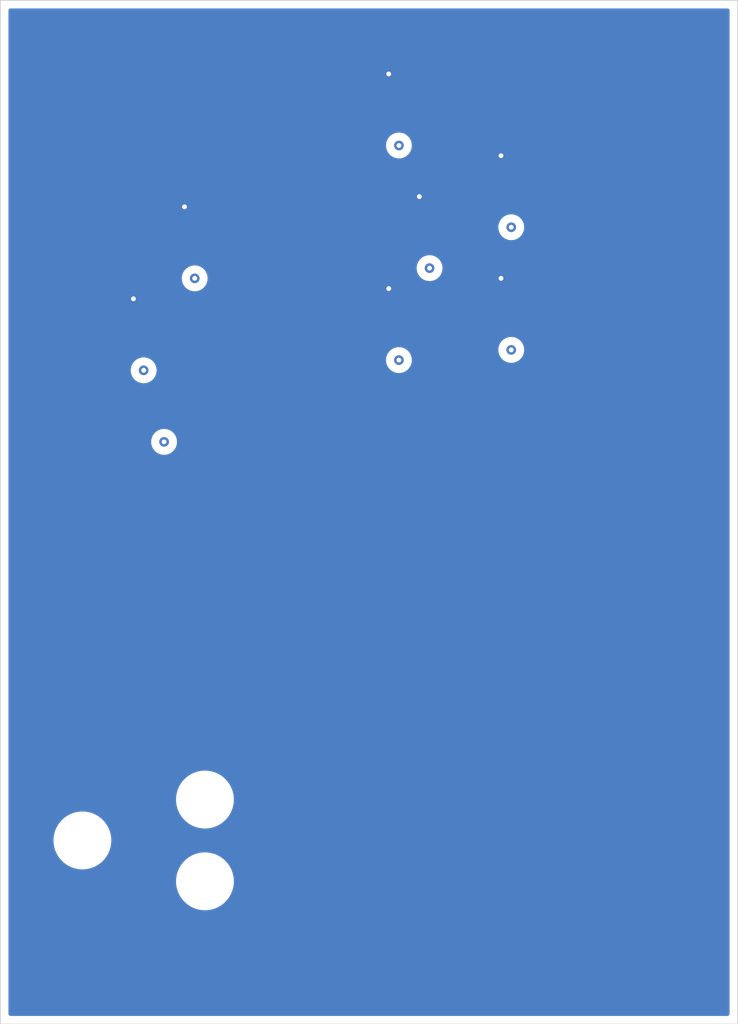
<source format=kicad_pcb>
(kicad_pcb
	(version 20241229)
	(generator "pcbnew")
	(generator_version "9.0")
	(general
		(thickness 1.6)
		(legacy_teardrops no)
	)
	(paper "A4")
	(title_block
		(title "KiCad Testing")
	)
	(layers
		(0 "F.Cu" signal)
		(2 "B.Cu" signal)
		(9 "F.Adhes" user "F.Adhesive")
		(11 "B.Adhes" user "B.Adhesive")
		(13 "F.Paste" user)
		(15 "B.Paste" user)
		(5 "F.SilkS" user "F.Silkscreen")
		(7 "B.SilkS" user "B.Silkscreen")
		(1 "F.Mask" user)
		(3 "B.Mask" user)
		(17 "Dwgs.User" user "User.Drawings")
		(19 "Cmts.User" user "User.Comments")
		(21 "Eco1.User" user "User.Eco1")
		(23 "Eco2.User" user "User.Eco2")
		(25 "Edge.Cuts" user)
		(27 "Margin" user)
		(31 "F.CrtYd" user "F.Courtyard")
		(29 "B.CrtYd" user "B.Courtyard")
		(35 "F.Fab" user)
		(33 "B.Fab" user)
		(39 "User.1" user)
		(41 "User.2" user)
		(43 "User.3" user)
		(45 "User.4" user)
	)
	(setup
		(pad_to_mask_clearance 0)
		(allow_soldermask_bridges_in_footprints no)
		(tenting front back)
		(pcbplotparams
			(layerselection 0x00000000_00000000_55555555_5755f5ff)
			(plot_on_all_layers_selection 0x00000000_00000000_00000000_00000000)
			(disableapertmacros no)
			(usegerberextensions no)
			(usegerberattributes yes)
			(usegerberadvancedattributes yes)
			(creategerberjobfile yes)
			(dashed_line_dash_ratio 12.000000)
			(dashed_line_gap_ratio 3.000000)
			(svgprecision 4)
			(plotframeref no)
			(mode 1)
			(useauxorigin no)
			(hpglpennumber 1)
			(hpglpenspeed 20)
			(hpglpendiameter 15.000000)
			(pdf_front_fp_property_popups yes)
			(pdf_back_fp_property_popups yes)
			(pdf_metadata yes)
			(pdf_single_document no)
			(dxfpolygonmode yes)
			(dxfimperialunits yes)
			(dxfusepcbnewfont yes)
			(psnegative no)
			(psa4output no)
			(plot_black_and_white yes)
			(sketchpadsonfab no)
			(plotpadnumbers no)
			(hidednponfab no)
			(sketchdnponfab yes)
			(crossoutdnponfab yes)
			(subtractmaskfromsilk no)
			(outputformat 4)
			(mirror no)
			(drillshape 0)
			(scaleselection 1)
			(outputdirectory "")
		)
	)
	(net 0 "")
	(gr_line
		(start 159.0675 121.285)
		(end 146.685 121.285)
		(stroke
			(width 0.2)
			(type default)
		)
		(layer "F.Cu")
		(uuid "0aa70c9d-3fe2-48e1-9377-f791409bc52d")
	)
	(gr_line
		(start 135.255 112.395)
		(end 156.21 116.84)
		(stroke
			(width 0.2)
			(type default)
		)
		(layer "F.Cu")
		(uuid "38d3ef41-1487-40ee-a3c8-61754391f6d3")
	)
	(gr_line
		(start 146.685 121.285)
		(end 142.24 124.46)
		(stroke
			(width 0.2)
			(type default)
		)
		(layer "F.Cu")
		(uuid "7d6ff71e-2d11-475c-8255-bc3f9d1843e5")
	)
	(gr_line
		(start 154.305 96.52)
		(end 146.05 93.345)
		(stroke
			(width 0.2)
			(type default)
		)
		(layer "F.Cu")
		(uuid "8888305e-9300-4a91-b6b1-b0981b543e5a")
	)
	(gr_line
		(start 161.925 100.965)
		(end 159.0675 121.285)
		(stroke
			(width 0.2)
			(type default)
		)
		(layer "F.Cu")
		(uuid "980ed037-6cf7-4662-b34b-4fd06552db17")
	)
	(gr_line
		(start 146.05 93.345)
		(end 135.255 112.395)
		(stroke
			(width 0.2)
			(type default)
		)
		(layer "F.Cu")
		(uuid "a10b663e-cdda-4598-bdb0-4fd1662eda7f")
	)
	(gr_line
		(start 156.21 116.84)
		(end 161.925 100.965)
		(stroke
			(width 0.2)
			(type default)
		)
		(layer "F.Cu")
		(uuid "a48e8bd9-8f06-40a3-98e7-202739ab8204")
	)
	(gr_line
		(start 142.24 124.46)
		(end 154.305 96.52)
		(stroke
			(width 0.2)
			(type default)
		)
		(layer "F.Cu")
		(uuid "d9f69a21-912f-4667-a692-a7ba66a41a04")
	)
	(gr_rect
		(start 121.9 66.55)
		(end 167.75 130.15)
		(stroke
			(width 0.05)
			(type default)
		)
		(fill no)
		(layer "Edge.Cuts")
		(uuid "796e2f10-b81e-4c99-b8c3-29eac8f54c41")
	)
	(via
		(at 132.08 93.98)
		(size 0.6)
		(drill 0.3)
		(layers "F.Cu" "B.Cu")
		(net 0)
		(uuid "0160de54-860d-4b27-a4a3-40b3fe07e5c2")
	)
	(via
		(at 146.685 75.565)
		(size 0.6)
		(drill 0.3)
		(layers "F.Cu" "B.Cu")
		(net 0)
		(uuid "12ae7c4c-b020-4f4d-ad4a-16d953b928a0")
	)
	(via
		(at 153.035 76.2)
		(size 0.6)
		(drill 0.3)
		(layers "F.Cu" "B.Cu")
		(net 0)
		(uuid "161c089a-a08a-4a78-9388-31c4f9fb404c")
	)
	(via
		(at 146.685 88.9)
		(size 0.6)
		(drill 0.3)
		(layers "F.Cu" "B.Cu")
		(net 0)
		(uuid "19daed2f-6212-440c-8ea9-3478dd789c96")
	)
	(via
		(at 147.955 78.74)
		(size 0.6)
		(drill 0.3)
		(layers "F.Cu" "B.Cu")
		(net 0)
		(uuid "23985e6c-63d3-4d5f-a35a-035a681cb551")
	)
	(via
		(at 146.05 71.12)
		(size 0.6)
		(drill 0.3)
		(layers "F.Cu" "B.Cu")
		(net 0)
		(uuid "2e2716f4-95fe-46fd-a39b-f930ccd1e55d")
	)
	(via
		(at 153.67 88.265)
		(size 0.6)
		(drill 0.3)
		(layers "F.Cu" "B.Cu")
		(net 0)
		(uuid "591aa2c6-8d98-4493-8f42-909db4de8ce3")
	)
	(via
		(at 153.035 83.82)
		(size 0.6)
		(drill 0.3)
		(layers "F.Cu" "B.Cu")
		(net 0)
		(uuid "5ab31841-b362-4ecb-b41f-2f997b40856f")
	)
	(via
		(at 153.67 80.645)
		(size 0.6)
		(drill 0.3)
		(layers "F.Cu" "B.Cu")
		(net 0)
		(uuid "692d2aa3-65ac-495c-8973-a2ae733fc587")
	)
	(via
		(at 133.985 83.82)
		(size 0.6)
		(drill 0.3)
		(layers "F.Cu" "B.Cu")
		(net 0)
		(uuid "69df9145-4dc2-441c-b530-99647ec3cf88")
	)
	(via
		(at 148.59 83.185)
		(size 0.6)
		(drill 0.3)
		(layers "F.Cu" "B.Cu")
		(net 0)
		(uuid "9f1e992c-4ac3-4676-a4a9-ba62a8aea658")
	)
	(via
		(at 130.175 85.09)
		(size 0.6)
		(drill 0.3)
		(layers "F.Cu" "B.Cu")
		(net 0)
		(uuid "ac374bd6-229f-4f4b-9ba3-1e04a4312e00")
	)
	(via
		(at 146.05 84.455)
		(size 0.6)
		(drill 0.3)
		(layers "F.Cu" "B.Cu")
		(net 0)
		(uuid "c9c31dce-b400-4239-83c7-86add3edadc7")
	)
	(via
		(at 133.35 79.375)
		(size 0.6)
		(drill 0.3)
		(layers "F.Cu" "B.Cu")
		(net 0)
		(uuid "f4d01114-526d-475b-8cb4-7a45c413f19f")
	)
	(via
		(at 130.81 89.535)
		(size 0.6)
		(drill 0.3)
		(layers "F.Cu" "B.Cu")
		(net 0)
		(uuid "fbca1db2-4b44-4fe1-91be-51f650595a42")
	)
	(zone
		(net 0)
		(net_name "")
		(layer "B.Cu")
		(uuid "81f18a31-0b45-4888-8e06-ffc8702ca991")
		(hatch edge 0.5)
		(connect_pads
			(clearance 0.5)
		)
		(min_thickness 0.25)
		(filled_areas_thickness no)
		(fill yes
			(thermal_gap 0.5)
			(thermal_bridge_width 0.5)
			(island_removal_mode 1)
			(island_area_min 10)
		)
		(polygon
			(pts
				(xy 121.9 66.55) (xy 121.9 130.15) (xy 167.75 130.15) (xy 167.75 66.55)
			)
		)
		(filled_polygon
			(layer "B.Cu")
			(island)
			(pts
				(xy 167.192539 67.070185) (xy 167.238294 67.122989) (xy 167.2495 67.1745) (xy 167.2495 129.5255)
				(xy 167.229815 129.592539) (xy 167.177011 129.638294) (xy 167.1255 129.6495) (xy 122.5245 129.6495)
				(xy 122.457461 129.629815) (xy 122.411706 129.577011) (xy 122.4005 129.5255) (xy 122.4005 121.167283)
				(xy 132.8241 121.167283) (xy 132.8241 121.402716) (xy 132.848 121.584246) (xy 132.854829 121.636114)
				(xy 132.887481 121.757974) (xy 132.915759 121.86351) (xy 133.005848 122.081003) (xy 133.005852 122.081013)
				(xy 133.123559 122.284888) (xy 133.266872 122.471658) (xy 133.266878 122.471665) (xy 133.433334 122.638121)
				(xy 133.433341 122.638127) (xy 133.620111 122.78144) (xy 133.823986 122.899147) (xy 133.823987 122.899147)
				(xy 133.82399 122.899149) (xy 134.041488 122.98924) (xy 134.268886 123.050171) (xy 134.502291 123.0809)
				(xy 134.502298 123.0809) (xy 134.737702 123.0809) (xy 134.737709 123.0809) (xy 134.971114 123.050171)
				(xy 135.198512 122.98924) (xy 135.41601 122.899149) (xy 135.619889 122.78144) (xy 135.80666 122.638126)
				(xy 135.973126 122.47166) (xy 136.11644 122.284889) (xy 136.234149 122.08101) (xy 136.32424 121.863512)
				(xy 136.385171 121.636114) (xy 136.4159 121.402709) (xy 136.4159 121.167291) (xy 136.385171 120.933886)
				(xy 136.32424 120.706488) (xy 136.234149 120.48899) (xy 136.211199 120.44924) (xy 136.11644 120.285111)
				(xy 135.973127 120.098341) (xy 135.973121 120.098334) (xy 135.806665 119.931878) (xy 135.806658 119.931872)
				(xy 135.619888 119.788559) (xy 135.416013 119.670852) (xy 135.416003 119.670848) (xy 135.19851 119.580759)
				(xy 135.092974 119.552481) (xy 134.971114 119.519829) (xy 134.919246 119.513) (xy 134.737716 119.4891)
				(xy 134.737709 119.4891) (xy 134.502291 119.4891) (xy 134.502283 119.4891) (xy 134.294819 119.516414)
				(xy 134.268886 119.519829) (xy 134.207956 119.536155) (xy 134.041489 119.580759) (xy 133.823996 119.670848)
				(xy 133.823986 119.670852) (xy 133.620111 119.788559) (xy 133.433341 119.931872) (xy 133.433334 119.931878)
				(xy 133.266878 120.098334) (xy 133.266872 120.098341) (xy 133.123559 120.285111) (xy 133.005852 120.488986)
				(xy 133.005848 120.488996) (xy 132.915759 120.706489) (xy 132.854829 120.933887) (xy 132.8241 121.167283)
				(xy 122.4005 121.167283) (xy 122.4005 118.627283) (xy 125.2041 118.627283) (xy 125.2041 118.862716)
				(xy 125.228 119.044246) (xy 125.234829 119.096114) (xy 125.267481 119.217974) (xy 125.295759 119.32351)
				(xy 125.385848 119.541003) (xy 125.385852 119.541013) (xy 125.503559 119.744888) (xy 125.646872 119.931658)
				(xy 125.646878 119.931665) (xy 125.813334 120.098121) (xy 125.813341 120.098127) (xy 126.000111 120.24144)
				(xy 126.203986 120.359147) (xy 126.203987 120.359147) (xy 126.20399 120.359149) (xy 126.421488 120.44924)
				(xy 126.648886 120.510171) (xy 126.882291 120.5409) (xy 126.882298 120.5409) (xy 127.117702 120.5409)
				(xy 127.117709 120.5409) (xy 127.351114 120.510171) (xy 127.578512 120.44924) (xy 127.79601 120.359149)
				(xy 127.999889 120.24144) (xy 128.18666 120.098126) (xy 128.353126 119.93166) (xy 128.49644 119.744889)
				(xy 128.614149 119.54101) (xy 128.70424 119.323512) (xy 128.765171 119.096114) (xy 128.7959 118.862709)
				(xy 128.7959 118.627291) (xy 128.765171 118.393886) (xy 128.70424 118.166488) (xy 128.614149 117.94899)
				(xy 128.591199 117.90924) (xy 128.49644 117.745111) (xy 128.353127 117.558341) (xy 128.353121 117.558334)
				(xy 128.186665 117.391878) (xy 128.186658 117.391872) (xy 127.999888 117.248559) (xy 127.796013 117.130852)
				(xy 127.796003 117.130848) (xy 127.57851 117.040759) (xy 127.472974 117.012481) (xy 127.351114 116.979829)
				(xy 127.299246 116.973) (xy 127.117716 116.9491) (xy 127.117709 116.9491) (xy 126.882291 116.9491)
				(xy 126.882283 116.9491) (xy 126.674819 116.976414) (xy 126.648886 116.979829) (xy 126.587956 116.996155)
				(xy 126.421489 117.040759) (xy 126.203996 117.130848) (xy 126.203986 117.130852) (xy 126.000111 117.248559)
				(xy 125.813341 117.391872) (xy 125.813334 117.391878) (xy 125.646878 117.558334) (xy 125.646872 117.558341)
				(xy 125.503559 117.745111) (xy 125.385852 117.948986) (xy 125.385848 117.948996) (xy 125.295759 118.166489)
				(xy 125.234829 118.393887) (xy 125.2041 118.627283) (xy 122.4005 118.627283) (xy 122.4005 116.087283)
				(xy 132.8241 116.087283) (xy 132.8241 116.322716) (xy 132.848 116.504246) (xy 132.854829 116.556114)
				(xy 132.887481 116.677974) (xy 132.915759 116.78351) (xy 133.005848 117.001003) (xy 133.005852 117.001013)
				(xy 133.123559 117.204888) (xy 133.266872 117.391658) (xy 133.266878 117.391665) (xy 133.433334 117.558121)
				(xy 133.433341 117.558127) (xy 133.620111 117.70144) (xy 133.823986 117.819147) (xy 133.823987 117.819147)
				(xy 133.82399 117.819149) (xy 134.041488 117.90924) (xy 134.268886 117.970171) (xy 134.502291 118.0009)
				(xy 134.502298 118.0009) (xy 134.737702 118.0009) (xy 134.737709 118.0009) (xy 134.971114 117.970171)
				(xy 135.198512 117.90924) (xy 135.41601 117.819149) (xy 135.619889 117.70144) (xy 135.80666 117.558126)
				(xy 135.973126 117.39166) (xy 136.11644 117.204889) (xy 136.234149 117.00101) (xy 136.32424 116.783512)
				(xy 136.385171 116.556114) (xy 136.4159 116.322709) (xy 136.4159 116.087291) (xy 136.385171 115.853886)
				(xy 136.32424 115.626488) (xy 136.234149 115.40899) (xy 136.11644 115.205111) (xy 135.973126 115.01834)
				(xy 135.973121 115.018334) (xy 135.806665 114.851878) (xy 135.806658 114.851872) (xy 135.619888 114.708559)
				(xy 135.416013 114.590852) (xy 135.416003 114.590848) (xy 135.19851 114.500759) (xy 135.092974 114.472481)
				(xy 134.971114 114.439829) (xy 134.919246 114.433) (xy 134.737716 114.4091) (xy 134.737709 114.4091)
				(xy 134.502291 114.4091) (xy 134.502283 114.4091) (xy 134.294819 114.436414) (xy 134.268886 114.439829)
				(xy 134.207956 114.456155) (xy 134.041489 114.500759) (xy 133.823996 114.590848) (xy 133.823986 114.590852)
				(xy 133.620111 114.708559) (xy 133.433341 114.851872) (xy 133.433334 114.851878) (xy 133.266878 115.018334)
				(xy 133.266872 115.018341) (xy 133.123559 115.205111) (xy 133.005852 115.408986) (xy 133.005848 115.408996)
				(xy 132.915759 115.626489) (xy 132.854829 115.853887) (xy 132.8241 116.087283) (xy 122.4005 116.087283)
				(xy 122.4005 93.901153) (xy 131.2795 93.901153) (xy 131.2795 94.058846) (xy 131.310261 94.213489)
				(xy 131.310264 94.213501) (xy 131.370602 94.359172) (xy 131.370609 94.359185) (xy 131.45821 94.490288)
				(xy 131.458213 94.490292) (xy 131.569707 94.601786) (xy 131.569711 94.601789) (xy 131.700814 94.68939)
				(xy 131.700827 94.689397) (xy 131.846498 94.749735) (xy 131.846503 94.749737) (xy 132.001153 94.780499)
				(xy 132.001156 94.7805) (xy 132.001158 94.7805) (xy 132.158844 94.7805) (xy 132.158845 94.780499)
				(xy 132.313497 94.749737) (xy 132.459179 94.689394) (xy 132.590289 94.601789) (xy 132.701789 94.490289)
				(xy 132.789394 94.359179) (xy 132.849737 94.213497) (xy 132.8805 94.058842) (xy 132.8805 93.901158)
				(xy 132.8805 93.901155) (xy 132.880499 93.901153) (xy 132.849738 93.74651) (xy 132.849737 93.746503)
				(xy 132.849735 93.746498) (xy 132.789397 93.600827) (xy 132.78939 93.600814) (xy 132.701789 93.469711)
				(xy 132.701786 93.469707) (xy 132.590292 93.358213) (xy 132.590288 93.35821) (xy 132.459185 93.270609)
				(xy 132.459172 93.270602) (xy 132.313501 93.210264) (xy 132.313489 93.210261) (xy 132.158845 93.1795)
				(xy 132.158842 93.1795) (xy 132.001158 93.1795) (xy 132.001155 93.1795) (xy 131.84651 93.210261)
				(xy 131.846498 93.210264) (xy 131.700827 93.270602) (xy 131.700814 93.270609) (xy 131.569711 93.35821)
				(xy 131.569707 93.358213) (xy 131.458213 93.469707) (xy 131.45821 93.469711) (xy 131.370609 93.600814)
				(xy 131.370602 93.600827) (xy 131.310264 93.746498) (xy 131.310261 93.74651) (xy 131.2795 93.901153)
				(xy 122.4005 93.901153) (xy 122.4005 89.456153) (xy 130.0095 89.456153) (xy 130.0095 89.613846)
				(xy 130.040261 89.768489) (xy 130.040264 89.768501) (xy 130.100602 89.914172) (xy 130.100609 89.914185)
				(xy 130.18821 90.045288) (xy 130.188213 90.045292) (xy 130.299707 90.156786) (xy 130.299711 90.156789)
				(xy 130.430814 90.24439) (xy 130.430827 90.244397) (xy 130.576498 90.304735) (xy 130.576503 90.304737)
				(xy 130.731153 90.335499) (xy 130.731156 90.3355) (xy 130.731158 90.3355) (xy 130.888844 90.3355)
				(xy 130.888845 90.335499) (xy 131.043497 90.304737) (xy 131.189179 90.244394) (xy 131.320289 90.156789)
				(xy 131.431789 90.045289) (xy 131.519394 89.914179) (xy 131.579737 89.768497) (xy 131.6105 89.613842)
				(xy 131.6105 89.456158) (xy 131.6105 89.456155) (xy 131.610499 89.456153) (xy 131.579738 89.30151)
				(xy 131.579737 89.301503) (xy 131.570487 89.279172) (xy 131.519397 89.155827) (xy 131.51939 89.155814)
				(xy 131.431789 89.024711) (xy 131.431786 89.024707) (xy 131.32029 88.913211) (xy 131.189185 88.825609)
				(xy 131.189172 88.825602) (xy 131.178431 88.821153) (xy 145.8845 88.821153) (xy 145.8845 88.978846)
				(xy 145.915261 89.133489) (xy 145.915264 89.133501) (xy 145.975602 89.279172) (xy 145.975609 89.279185)
				(xy 146.06321 89.410288) (xy 146.063213 89.410292) (xy 146.174707 89.521786) (xy 146.174711 89.521789)
				(xy 146.305814 89.60939) (xy 146.305827 89.609397) (xy 146.451498 89.669735) (xy 146.451503 89.669737)
				(xy 146.606153 89.700499) (xy 146.606156 89.7005) (xy 146.606158 89.7005) (xy 146.763844 89.7005)
				(xy 146.763845 89.700499) (xy 146.918497 89.669737) (xy 147.053436 89.613844) (xy 147.064172 89.609397)
				(xy 147.064172 89.609396) (xy 147.064179 89.609394) (xy 147.195289 89.521789) (xy 147.306789 89.410289)
				(xy 147.394394 89.279179) (xy 147.454737 89.133497) (xy 147.4855 88.978842) (xy 147.4855 88.821158)
				(xy 147.4855 88.821155) (xy 147.485499 88.821153) (xy 147.474381 88.765261) (xy 147.454737 88.666503)
				(xy 147.445487 88.644172) (xy 147.394397 88.520827) (xy 147.39439 88.520814) (xy 147.306789 88.389711)
				(xy 147.306786 88.389707) (xy 147.19529 88.278211) (xy 147.064185 88.190609) (xy 147.064172 88.190602)
				(xy 147.053431 88.186153) (xy 152.8695 88.186153) (xy 152.8695 88.343846) (xy 152.900261 88.498489)
				(xy 152.900264 88.498501) (xy 152.960602 88.644172) (xy 152.960609 88.644185) (xy 153.04821 88.775288)
				(xy 153.048213 88.775292) (xy 153.159707 88.886786) (xy 153.159711 88.886789) (xy 153.290814 88.97439)
				(xy 153.290827 88.974397) (xy 153.412288 89.024707) (xy 153.436503 89.034737) (xy 153.591153 89.065499)
				(xy 153.591156 89.0655) (xy 153.591158 89.0655) (xy 153.748844 89.0655) (xy 153.748845 89.065499)
				(xy 153.903497 89.034737) (xy 154.038436 88.978844) (xy 154.049172 88.974397) (xy 154.049172 88.974396)
				(xy 154.049179 88.974394) (xy 154.180289 88.886789) (xy 154.291789 88.775289) (xy 154.379394 88.644179)
				(xy 154.439737 88.498497) (xy 154.4705 88.343842) (xy 154.4705 88.186158) (xy 154.4705 88.186155)
				(xy 154.470499 88.186153) (xy 154.459381 88.130261) (xy 154.439737 88.031503) (xy 154.439735 88.031498)
				(xy 154.379397 87.885827) (xy 154.37939 87.885814) (xy 154.291789 87.754711) (xy 154.291786 87.754707)
				(xy 154.180292 87.643213) (xy 154.180288 87.64321) (xy 154.049185 87.555609) (xy 154.049172 87.555602)
				(xy 153.903501 87.495264) (xy 153.903489 87.495261) (xy 153.748845 87.4645) (xy 153.748842 87.4645)
				(xy 153.591158 87.4645) (xy 153.591155 87.4645) (xy 153.43651 87.495261) (xy 153.436498 87.495264)
				(xy 153.290827 87.555602) (xy 153.290814 87.555609) (xy 153.159711 87.64321) (xy 153.159707 87.643213)
				(xy 153.048213 87.754707) (xy 153.04821 87.754711) (xy 152.960609 87.885814) (xy 152.960602 87.885827)
				(xy 152.900264 88.031498) (xy 152.900261 88.03151) (xy 152.8695 88.186153) (xy 147.053431 88.186153)
				(xy 146.918501 88.130264) (xy 146.918489 88.130261) (xy 146.763845 88.0995) (xy 146.763842 88.0995)
				(xy 146.606158 88.0995) (xy 146.606155 88.0995) (xy 146.45151 88.130261) (xy 146.451498 88.130264)
				(xy 146.305827 88.190602) (xy 146.305814 88.190609) (xy 146.174711 88.27821) (xy 146.174707 88.278213)
				(xy 146.063213 88.389707) (xy 146.06321 88.389711) (xy 145.975609 88.520814) (xy 145.975602 88.520827)
				(xy 145.915264 88.666498) (xy 145.915261 88.66651) (xy 145.8845 88.821153) (xy 131.178431 88.821153)
				(xy 131.043501 88.765264) (xy 131.043489 88.765261) (xy 130.888845 88.7345) (xy 130.888842 88.7345)
				(xy 130.731158 88.7345) (xy 130.731155 88.7345) (xy 130.57651 88.765261) (xy 130.576498 88.765264)
				(xy 130.430827 88.825602) (xy 130.430814 88.825609) (xy 130.299711 88.91321) (xy 130.299707 88.913213)
				(xy 130.188213 89.024707) (xy 130.18821 89.024711) (xy 130.100609 89.155814) (xy 130.100602 89.155827)
				(xy 130.040264 89.301498) (xy 130.040261 89.30151) (xy 130.0095 89.456153) (xy 122.4005 89.456153)
				(xy 122.4005 83.741153) (xy 133.1845 83.741153) (xy 133.1845 83.898846) (xy 133.215261 84.053489)
				(xy 133.215264 84.053501) (xy 133.275602 84.199172) (xy 133.275609 84.199185) (xy 133.36321 84.330288)
				(xy 133.363213 84.330292) (xy 133.474707 84.441786) (xy 133.474711 84.441789) (xy 133.605814 84.52939)
				(xy 133.605827 84.529397) (xy 133.751498 84.589735) (xy 133.751503 84.589737) (xy 133.906153 84.620499)
				(xy 133.906156 84.6205) (xy 133.906158 84.6205) (xy 134.063844 84.6205) (xy 134.063845 84.620499)
				(xy 134.218497 84.589737) (xy 134.364179 84.529394) (xy 134.495289 84.441789) (xy 134.606789 84.330289)
				(xy 134.694394 84.199179) (xy 134.754737 84.053497) (xy 134.7855 83.898842) (xy 134.7855 83.741158)
				(xy 134.7855 83.741155) (xy 134.785499 83.741153) (xy 134.754738 83.58651) (xy 134.754737 83.586503)
				(xy 134.745487 83.564172) (xy 134.694397 83.440827) (xy 134.69439 83.440814) (xy 134.606789 83.309711)
				(xy 134.606786 83.309707) (xy 134.49529 83.198211) (xy 134.364185 83.110609) (xy 134.364172 83.110602)
				(xy 134.353431 83.106153) (xy 147.7895 83.106153) (xy 147.7895 83.263846) (xy 147.820261 83.418489)
				(xy 147.820264 83.418501) (xy 147.880602 83.564172) (xy 147.880609 83.564185) (xy 147.96821 83.695288)
				(xy 147.968213 83.695292) (xy 148.079707 83.806786) (xy 148.079711 83.806789) (xy 148.210814 83.89439)
				(xy 148.210827 83.894397) (xy 148.356498 83.954735) (xy 148.356503 83.954737) (xy 148.511153 83.985499)
				(xy 148.511156 83.9855) (xy 148.511158 83.9855) (xy 148.668844 83.9855) (xy 148.668845 83.985499)
				(xy 148.823497 83.954737) (xy 148.958436 83.898844) (xy 148.969172 83.894397) (xy 148.969172 83.894396)
				(xy 148.969179 83.894394) (xy 149.100289 83.806789) (xy 149.211789 83.695289) (xy 149.299394 83.564179)
				(xy 149.359737 83.418497) (xy 149.3905 83.263842) (xy 149.3905 83.106158) (xy 149.3905 83.106155)
				(xy 149.390499 83.106153) (xy 149.379381 83.050261) (xy 149.359737 82.951503) (xy 149.359735 82.951498)
				(xy 149.299397 82.805827) (xy 149.29939 82.805814) (xy 149.211789 82.674711) (xy 149.211786 82.674707)
				(xy 149.100292 82.563213) (xy 149.100288 82.56321) (xy 148.969185 82.475609) (xy 148.969172 82.475602)
				(xy 148.823501 82.415264) (xy 148.823489 82.415261) (xy 148.668845 82.3845) (xy 148.668842 82.3845)
				(xy 148.511158 82.3845) (xy 148.511155 82.3845) (xy 148.35651 82.415261) (xy 148.356498 82.415264)
				(xy 148.210827 82.475602) (xy 148.210814 82.475609) (xy 148.079711 82.56321) (xy 148.079707 82.563213)
				(xy 147.968213 82.674707) (xy 147.96821 82.674711) (xy 147.880609 82.805814) (xy 147.880602 82.805827)
				(xy 147.820264 82.951498) (xy 147.820261 82.95151) (xy 147.7895 83.106153) (xy 134.353431 83.106153)
				(xy 134.218501 83.050264) (xy 134.218489 83.050261) (xy 134.063845 83.0195) (xy 134.063842 83.0195)
				(xy 133.906158 83.0195) (xy 133.906155 83.0195) (xy 133.75151 83.050261) (xy 133.751498 83.050264)
				(xy 133.605827 83.110602) (xy 133.605814 83.110609) (xy 133.474711 83.19821) (xy 133.474707 83.198213)
				(xy 133.363213 83.309707) (xy 133.36321 83.309711) (xy 133.275609 83.440814) (xy 133.275602 83.440827)
				(xy 133.215264 83.586498) (xy 133.215261 83.58651) (xy 133.1845 83.741153) (xy 122.4005 83.741153)
				(xy 122.4005 80.566153) (xy 152.8695 80.566153) (xy 152.8695 80.723846) (xy 152.900261 80.878489)
				(xy 152.900264 80.878501) (xy 152.960602 81.024172) (xy 152.960609 81.024185) (xy 153.04821 81.155288)
				(xy 153.048213 81.155292) (xy 153.159707 81.266786) (xy 153.159711 81.266789) (xy 153.290814 81.35439)
				(xy 153.290827 81.354397) (xy 153.436498 81.414735) (xy 153.436503 81.414737) (xy 153.591153 81.445499)
				(xy 153.591156 81.4455) (xy 153.591158 81.4455) (xy 153.748844 81.4455) (xy 153.748845 81.445499)
				(xy 153.903497 81.414737) (xy 154.049179 81.354394) (xy 154.180289 81.266789) (xy 154.291789 81.155289)
				(xy 154.379394 81.024179) (xy 154.439737 80.878497) (xy 154.4705 80.723842) (xy 154.4705 80.566158)
				(xy 154.4705 80.566155) (xy 154.470499 80.566153) (xy 154.439738 80.41151) (xy 154.439737 80.411503)
				(xy 154.439735 80.411498) (xy 154.379397 80.265827) (xy 154.37939 80.265814) (xy 154.291789 80.134711)
				(xy 154.291786 80.134707) (xy 154.180292 80.023213) (xy 154.180288 80.02321) (xy 154.049185 79.935609)
				(xy 154.049172 79.935602) (xy 153.903501 79.875264) (xy 153.903489 79.875261) (xy 153.748845 79.8445)
				(xy 153.748842 79.8445) (xy 153.591158 79.8445) (xy 153.591155 79.8445) (xy 153.43651 79.875261)
				(xy 153.436498 79.875264) (xy 153.290827 79.935602) (xy 153.290814 79.935609) (xy 153.159711 80.02321)
				(xy 153.159707 80.023213) (xy 153.048213 80.134707) (xy 153.04821 80.134711) (xy 152.960609 80.265814)
				(xy 152.960602 80.265827) (xy 152.900264 80.411498) (xy 152.900261 80.41151) (xy 152.8695 80.566153)
				(xy 122.4005 80.566153) (xy 122.4005 75.486153) (xy 145.8845 75.486153) (xy 145.8845 75.643846)
				(xy 145.915261 75.798489) (xy 145.915264 75.798501) (xy 145.975602 75.944172) (xy 145.975609 75.944185)
				(xy 146.06321 76.075288) (xy 146.063213 76.075292) (xy 146.174707 76.186786) (xy 146.174711 76.186789)
				(xy 146.305814 76.27439) (xy 146.305827 76.274397) (xy 146.451498 76.334735) (xy 146.451503 76.334737)
				(xy 146.606153 76.365499) (xy 146.606156 76.3655) (xy 146.606158 76.3655) (xy 146.763844 76.3655)
				(xy 146.763845 76.365499) (xy 146.918497 76.334737) (xy 147.064179 76.274394) (xy 147.195289 76.186789)
				(xy 147.306789 76.075289) (xy 147.394394 75.944179) (xy 147.454737 75.798497) (xy 147.4855 75.643842)
				(xy 147.4855 75.486158) (xy 147.4855 75.486155) (xy 147.485499 75.486153) (xy 147.454738 75.33151)
				(xy 147.454737 75.331503) (xy 147.454735 75.331498) (xy 147.394397 75.185827) (xy 147.39439 75.185814)
				(xy 147.306789 75.054711) (xy 147.306786 75.054707) (xy 147.195292 74.943213) (xy 147.195288 74.94321)
				(xy 147.064185 74.855609) (xy 147.064172 74.855602) (xy 146.918501 74.795264) (xy 146.918489 74.795261)
				(xy 146.763845 74.7645) (xy 146.763842 74.7645) (xy 146.606158 74.7645) (xy 146.606155 74.7645)
				(xy 146.45151 74.795261) (xy 146.451498 74.795264) (xy 146.305827 74.855602) (xy 146.305814 74.855609)
				(xy 146.174711 74.94321) (xy 146.174707 74.943213) (xy 146.063213 75.054707) (xy 146.06321 75.054711)
				(xy 145.975609 75.185814) (xy 145.975602 75.185827) (xy 145.915264 75.331498) (xy 145.915261 75.33151)
				(xy 145.8845 75.486153) (xy 122.4005 75.486153) (xy 122.4005 67.1745) (xy 122.420185 67.107461)
				(xy 122.472989 67.061706) (xy 122.5245 67.0505) (xy 167.1255 67.0505)
			)
		)
	)
	(embedded_fonts no)
	(embedded_files
		(file
			(name "oem template.kicad_wks")
			(type worksheet)
			(data |KLUv/aDU3gMA1JUAysRUJSrQRsR4A+yrYM8hAnKURHA5OYJRBvaA3f3fghyo0sTnMyodqPCCS8Ww
				VExrAlkCTwKr5v3/M6kBtJQRRLQW7gZSngfHVjvRB43W6BzI3rTEzYusHZyYld9gVpPINUB2hivP
				RHIWEMHDAl5NRjsCBPpQEEEjYZxo+FAyFVPQmCC1zhA+1BKbKie7WA8uMFi8HjWqvrLBDprExWqx
				7MoYlgMLF9EamtDNoQUR63uPEUtQgo75KDSb6cROamSxOAAfdCfe4TgYpQxbdTmJmBo0mZyKyxVM
				81YcG2iKIea0EU8yIq1kmdyT7LgLB2hS/x4DhBZTNQDAeRsjc7dvcqJfJUGFZNjwNo1idCtl+f8H
				DV7d+P+9xxr+f739P9lpSLdd//8qOSmYrmF3UQ4QQBYUD49TwBDGEwwNDgWNoeCwgihbOgzS4zyQ
				Iz3NwWEep+EuvTeGLym4oipmnAkrUdeJRGXVTQhLyakJmAHFfcZpTW1RBO2/tFUhSkRYniBbEgwK
				mEZbXMVxTiOWBHYcIdsAhQQGEKsBVKI+CJJxBTNNZ59t4qk6CJBTLbRWGbUoGiAomgKIIDHNhVWb
				phcF8uNKgQABBqngQDCIEtDc5wK627YKAQIIB4wsmCUSySUkXB4lO6GYzV8cxuFwPAUAkKoPhzBR
				14FmgOBgDcxjcAiM4WKRhGnJguM6SiRqyJ7MQCRUTwdhPNmSJYwQlqJKQMIAgU1HFFVDh+AQxHSE
				HgLTNARWArKTgQHCiIIpG44SVGVZ1bGqLIQsJUxDSEtSAqIF2Md4NgUMAcKKZR/T8jTAUNAQxrac
				sJaRLQCAlcKOE6ZAGigwUIpjgXMdIEhUFpSM6UgaEDVN8ziMQ0jVciIZKwUAEIAAk0gvIIJhGSkg
				FluZu1LlXYlwmEG3Vpp4HJTdipTwER/pYh2eEhmIN32XtQ0pFoZD04kT1dAw+hITVOV2zmlENHhT
				uGkxv30XyeHkLzgvsWUSjQpZSIpBt6wqehLPBsVaA4qdCccRQaCVRKZYa5gcLISqIFrjY2/DAa15
				jFQyK1T4M2wHPFzTAluf7kykY3VO4Hnp8Loc14RnJXEGSFaXigEBpZIgBuiRvPFJLobXIU8W/f//
				f2+mkdKhXkVjeBTGcZhr5i4IQvS0Beg0/z9xtGXuhstX0FREMeAeszAaUCoUqmIgbYZt4h6DPE5w
				sI6Mh3IqNQQOCssoYObC4148vknWrU1TpBvFrDSUkl37KW1zowMDRjmUNzQvjkhO7OGHtFV08CFO
				GI2rZ53rB4eVqEKDQljFG1S9ewat0ziIP60hp1gbE1QsSGTh0aGNAbnkpQx7dxvfYdMKEFRFT2th
				Oa5UgMyBArF53UKjpoSuImiHSQijgoynnwzjZgonkLzChD1oJhaa9ss4VtEFLrqw0xjjws8Ptc6K
				d1BqUU+MlLUy2Q/6LtUo26fBcBpTZ9XB6YkEwS63c8GgMIuBoZIYFPKQEOtlrtWisj+Pqt95IYFE
				UBVadWLQUFn4RFfad7pApa4t3lRtPWGy7FZeGKgGgptwGriC5MXSoid4ohr00kUaRQMpsyAiSCPR
				7mGpbAiEuN0HpTO97+IbYmNJNEQPYREYOg41LbScXRXBUuNEI/IAi5KT8tdbwU5LTus2vqsoSjuI
				D1F2h+6x2NRfe5P09whL6r+bHOvnOC6XqvLVbfxieP//U3iQ+LstWFv/356IrZ///32yjh9DEJnV
				86mvUN9jDuRjRZMWuQ3wcjnhqUUMzNUAq1XCGRee11npGWqtkmUhxqeKkUv4SNNHOZ2F+jx1nCKD
				n4mG92jpV+ET1ve025DDnIfZvHYzPNabMLOasAtTXpDmDJG8GfA7RdQBgTjf+TW8NnHgqYjQnjAy
				OSwLp4O48SKdU/T4M0ua+7Dzdai43YncPhx6ZVZSN4kQrRvRc6p0BmMXtd2Mam4Lby6L2l5d5a7L
				m58GiZxNBFNUeFsSYqSSuuOoaGdYORNvYRDTNq2uTetCkRhgm2h8jDV318loG9Z1xjqZsQvnNhSa
				uwm5zS0Yrfg4IgYG2GBRreFN7tmhcm8cEcFUskoNU1jpHIgIadCw8kUwU5s68+tvXkxlXhbO2Bbm
				stGzM3epcZahy7tltguSMC9DmLdh1SYIlAFepAh2NTo0PVRzNqQZmHlxGNpsm6kyxn6GOGc5Yf4i
				TfkxXf4ePe2LeqLWAjGJrYGxbahqPei5r3foVyI4q/O8Ic2GPWS+2O14TMVZEM8f89zFdCjWGwaY
				rvlbr/V0Pi0hmhLTcbniod+qoR8DZPDzDccqopbIm26jom1T2rNhfJOFY5ma09GwuU/rRTYWKQtU
				RCwc79Iu0K7STaFBa8LKm5YlwiEE8lis5Hg7dVSiEusaJaqJr6ExV4qR1cViG8falW94kLQ5Khdq
				Wa3BsSpqZjQKLBmOu3BFfonLasuYxeMoEShGQo5jXROP1y4m7WDJFVnuC6XBI0RLHYarERV93Ymr
				j0xz/FnnPITg6IaJ+9U/f04yKhmO/vn9vK/fGuvE479LeGT/DFX73ixU/P39+blC7TmSc4SY9Ny5
				B8GRVjnHvzVEarlziBDjJM4e86LHkdaK21+Hj8lXSVzhzP9+9daNOub58d3fSYx/4u/hV1QXQfKe
				K6baV1NPXZe/lXn7L0WS+Df00LigkH9tnDP8f3+rHEOdRxzrVr/RZaa/WCt4dHF1dS5ffrml0BEm
				sc4s7T2PtNsjimcYk9O/mkn8XT8PC5mHmKpI3Bvfb+VG/1331CBPl8weqfJO6leQ33VCyzx/57jd
				GMG6d6qAqe5xe9bx1f214iOL48c4/sz/qtPjf+hJvclLftfPcaV7fjXSEx7d3clK/ax53j9hHH3H
				m+H8ZqzTcrZ5drM16T3JHnjS/VFlBoLk7KmQZ6xvni05uupf/pzp2WfeTQwdPD39PF1FaMn9gjjU
				GyTW2f+/9/9vwRGu8M7X//OoP3DHonzJzPNnzOerp+TVicfU24xnukJiMv+/xhHEI6/x//POMbLM
				N09P3l74/y/k/48yTuJIYxGZVZb8yNj6f95VqP/nkduZAs88KnB9HxjTLvDtiMs5prp+UpHvzrff
				RKew7pzMio4rUnfuIeBZxLAZk/mC61M/+f+ZaJClDqG1xP3qnzwgYMjmv6cGebp/SWpxtW77xx4u
				xbZka5qKEFwEI36EPqijlSWmYgrJiMiIjCRJigPDZRoMEsakqRjGGNV8U3FyQDQqgsigIDgIhMMw
				CIIwEIJADIIgCMIgDEIhDAmhHEhjXQ1Mfp4HnlcMZHMtj17QApCU9Z/5qHO8r+QWnIREMp9V+mT+
				HmBA0jZfCNY8urcOXk1n69DBtQ2592N5OKp47qf4Zkf5txC35ospABmIXyTaNuGYrwT8Rqxpn0mr
				e4P49d612PchcDFzEBoExL98fQqx8ky1CmOocZ1DT6TCYaNADvoq4F3OVLmHFUkK//mPjxzut1Pt
				AIQFd+OQ/+vBBVgnYf6Bk4g2nuOzoE3s/EJ8CptZKsVua8VDeZd+kN+dGyPyD92Zux2s3RvLO6nB
				KxgAAH72NUkFWyHYKzboB938CJI8u312esOBwNc08m3DXQMnH7q7hqwEJKuRLtl0bXmqs1AdsXiy
				CFNmQ7WDOmhEeWWRJyjxl2r/74r/LV+XlE/j2hFPAkHf0wYBVb6Cy/w7RluLxBub0HZ3HAi8tXtg
				cvKtWvfkHaQ0JlFxAAzqNaRAEj174MjUn34dlfFyOrnSPRyguWuAIV5hioCH0JkIEk5U+2lVbw5D
				+oiHLP8R7NEPMH4RFLsmtby91N9XlJkNCZZ6TzUKQMQ0ARKi2BRr5pechhe/qaEX4EMIOrYyntTO
				rimJ0MmCGUgiJC/zHv5k9gGCqhIR0GTRx4ZyBsoQJ1+uGWEO6NFWHD6UbbTIO3egn2a0mPzIGJ/a
				MCNBixkH4Yf8EL7Ll00GgZoICX6D2Yj47ucrmKKztE8kmQ/Z1ZGrGoZi9zA42JYC3OdpwNwp0r1y
				N9C/9ijuX2YmYvxugp8mVmSvv/8E4NjucMUxWmIa9wp40w6QpuOC6egzYngmpftVLCYIsM/8VEbG
				xpEmLMtVQN3hz1E7x0PLIuExGtaOT2R2vkKM48/UQ1pYzZrjE1o590iJN3OedSeWUt6UFt0H5fAZ
				8NEB9fuR8wm4ApW4NZq7T1r5qOdPqxmfygBDNL59OxYUQiJIZiAVCzXj/oKpyG7IwOsiivYV52Fh
				9rWEpm2xVKR5QlmRHqFI2b36hcgLObuj7MA3HreNAtUZgE/nhoFBuSAF74oBq8nXeqKgb62JomNt
				YEeHaaDQyRrkoDwam3qxzr06Pu3tIL3BAj5OX6y42HJLYrppAdy+7CqPuQ5/lu/uPSrM4YfMhHGZ
				OQug7AUCh7OpMv+Vf1RE9/dnDlB+fJ6uEblhThWIFoR4mc+wcih+PoGiP+kCIjGaEFPfwnse2sdb
				OGHtGE4kCaO9+VQFtnrp0PWEWmm1p4YjAWkFQKxJFQUcjVwlgDK7diWyp0qqLvHgsaZJkAxQ90zo
				Ip/JzZ+o40M+i2i1cW0kDRalLeIH1z0LyJbuYYlwYknRD0lwAfdshvYvoiQWStuZ3lY7i75D9f8z
				U6AxzLebSJEf/4CTjPobNuJNGSIx+IK1ILW22l0O6mfsJeG4SkEhnIjYmjlYs3FaBE0cYHxHU0dh
				x3XInzWDoBAklBgcxMgnSePmEnz6OuzMjAGbmczKU284829yDMZaFnxHr0/trOhdzoOJiYrI4Ecw
				lJ+hK+eDQzxRr+iGOeGumNADIjm4J78gErGXHFzRbvQ5j44gJjZdx6zTu9OID6HUfmqAtyamghK3
				kIhwoZJkJlZGNBNuEWGLGhrMdIRk+PFYd3JXa1A6/yM4evJUL7XKEdV7FCpn4eqQ1kFBswYYlHvD
				wtvLy23k2WZ4SnrFFd+li+bXKe2Pp4wSS18JNkhO3xpwMaswQgcfnwQxYP1TQs00bK3GuR6VKloN
				lqmauJuAAgSagMx3mi64A2Qq8hsyX3OEKIBJN83HRfOmIqYtnmwha8ISt5FnTltPvVQatKscHgTG
				wgYYRz+aFlZsm5ZNfF7zwBkyD0yWnAF8VLDOjn41n6XkXvM+zqpRpHenWeKCv6I2irGY9A1jpQxa
				jlpzkROgI+0aHOFlxHvGPOoo6GPbINaehvs2Yn96EHQ6OnXLj8oAYoj9gAvR57CbuW+A4bxHlz6h
				CR+6WXcfc0zGpYc6s6YbgIEoOiwn4bH+GhlqUbRSKS73vZuxkS7nt6IgHUQhKxByJAEMN/hhCLrw
				ThIYpWhJ1xCAjQRLJTihKRYQwgUlimgDfcEd4ncVAgmxdE2HRdG4mBrdzXE/VXGBW18Vg2iBbuiL
				NCtcMDNorFVdYK860+Dcxvy+fm3upo3uAhiFpQlXpQEi9IyNOQGAgn+yWhMc7m3CrDRoInmmvb4y
				UXayxkwi8UB7EsatU8HcJHInOPAJf6Ide7B9pzFFge6ilRMee+eYyggio/9onJzbx+xR3CTCpAxV
				wGXDanLJwPUJySbvNcl6atChXyn08VbzhbKGZbkX4XIu+Vw0bFwKyFIYDwfXc3kNWD1JXrK2M+39
				R1Rpo/HE3Q91wL+1YbTb+R2ogMm8U2Z1dZ/zFUDcIXbjtlVxxacGIQqnk7ZmBwED0ICW4iIarrvB
				qnd95Vkm4h7GEPOmug0scpeOVAfLud0E7OuWmF270LaNoXDW9px+iS0j0htbzQ0y7CuZbyhD9/HW
				7gUxMx20ojd86UBvrbC7HFVFYq/JeyBNSTQoUw0BN5zgKTN0nFLXfLY2tlA6NM9ApY6gpvFmjuVX
				WxUvtTmufmteAHEeDARFTdOGNoS0EJkBxHpLixWqaJNNEeLGtC6GZ2onv/FioI6Bdcx1MWfHdDpG
				X0zVMbmOabocy1gnNQly63MGAGeiystOOztWvglf+UwiEIOnn85SrWijd+QrJQbUe8lNayQ4zBVY
				TwOM5Z2K6weuPfaYIgZEj9et+ZeK0s19N1XhFlHeycGmFc+0TkGvLR+5LKRhOklNMtJJ9UkbZyHk
				R0548Zzs5WGaqKA8PYzxGSBoT7cVwmbWRhMM+1IMV30bmObT/49brTKDqO9W3wZhOPVzArNR5ipG
				dl4MNKfUzpaGIrAap14VfLj+kQqmLdZLcdBQ4I5nfsTSI0tkjF7ze8O30oycVdxNY/gRZsFoKHGm
				S7XC5XKDCZyUJzF/exEfjobp43f3Lgc1AlK/wESy4oXvNoJve6j2MkysXnq6EQHpOurYS8ltinAH
				INMD3qB3QpkFsQhg5FYb+xnTmQugYTAgARjALcy0krCtnCuSp0NuALMtBdwRdxlYlmvwzD30fNUw
				oCxNNd9LuXo7YPE2/h83vF0CnWkA2loQDiMQL6zasm3Tbp6Q5jggrg2KFmwUGk12X4ypsuLtqqoq
				/wYABN0AzwDXAGyh93l9g45tp9m8bEf3QipkfY5OZ6vvWItY8ekynC7jYOqIYxp7OPLJlQOpBi4v
				axxXLZwtxadItrx5ZaVr3gfWBAnMWgMhtdd4OoCpDWeyx3Eh3/V1dtXO6FlIAxIZMFHLoVCnHt4I
				Ltl0xbSiEL7mCv/wyojnfFlW+uLum21TU3PBAWRfVCN4Q0YNxS1TX/C1Q5EqgVaBIA1gDG5eFcmc
				j29RB3bifm2vQwupzUqK0z62UWOifMpA1WgT3R20CXUae3uNlTUWklEGbdCuXJACs1Gl1s6ZUpXZ
				M8MBmf3Fvn5fV2Y+vVppWz/pG9kD9RnPqL6dyP7uDJ3y1aIe1PrpF0SiP98ffz3G9Zkkfan5mjxG
				3St7yMT6Bt+9leFAvM63efejtO4Ny6Of3Fj8/+78wWg3thzq4zfhxWP76KYzTWbqvIT1Wj3GULa/
				Zro+l6gjPfvKQjx8Tf+0m3zuVpfpzUPYFYNAmwj9FqrG3+6hxJmkwk/2vBxr9ZSRHcuH07NRiBtp
				s5+wZVAggYiQePBaHKIS6NJYi0tWEjW0iM60kE4SMfL3FomeuVQIB3y07FMrzJFOsKw84+mSEKo8
				nUbytGtrTx7ou6gevj04m8QVujIKknzvh2En2i3S4pmddV4z2V98IZrGcOTXZnZPt8cStaLIXSzi
				zRlvRZVtb16lcqihw4lvnN021YE8MNILnjjrBmXK9p1Hw554Qxz1DrHqqPCLezS1Z1SBzYGtLFIa
				nGcTv08CpSDAlpn0zK3r0Rg923mKZ9i67wmEsZ9y00AMtlKCLG7udSoIH2ZAi6O3nLhf0p/Jf5BY
				8/Gxr9WO4PMLG6aruPk6lqHcYH7zM17ZuwMAAggQYMAAMx8iCkrg6QVCYfQhMpwDg8Hw7z4NmgKF
				syjfAUNAgMI68pKc9/N7px1yttSAepyNP637/iGMnMviW4h7zPr0dg93FVrGuK7mUzfbQ/+TO0te
				7G9cb13GD3j8pe3Dty9xXez7a1ernSs1dThzXuV0Zp+serZJRF3r5FPlNOB/d6gNxuSJw2M70GFR
				3Q/GprB4Itghq01XTCfgS0bC3jveW4zG7lTiao+3RgfynIo8rFWLM93nNiPbe3Bdx/uO6NJs3WFL
				ZY3qLUL0xKuLLG3eA4VbqNPzqzNkYzNzmBIEQTCMI0nQQWj5U/AjEARQCDIERADCIiEIwmAIgiAY
				giAIgzAUxCEcxJEo5pjnWg7f07tSDQxaofRPb6l6Mb3fSHNw/EfLtIuFLr/uoJEuFrr6wncF/Lt6
				Rn9Al2CfwzmrB4kFoqtBS2vy8CG6I819gPHkg9vfm43gabsWTDW9NN7X/ii7OP4y3USZCqkZq5V4
				KQIfAokXOHoCsKHXow+3bokGn3PEQfx3f2p5R3oyvkrul33ScfM5lUcYWZOnLv0DosvSvoEzbUkV
				RWx+9YM38VTVlLBBqEPPlX4FyiB2KnF2aD2N7h+s6ILjuaT/AHvJKDRoah7MnvYWPUt2iM9SZ9ZD
				2XJlUsVVTrwjfyYZIBOD62+9/1L3mPmvIz3eYi3DHQ800G4R7l4x8JGlpDzFXeAB2DADY/ImOP67
				fvt5Px7SJFOaT0LflAR7oj/P9G/TtkL9GVvfUS6Jq8ByJj724rCMI3OPzvzHZHHxBGZHi1p2GqOm
				IL0oASTnRz9+POEl6vViJiGyjdFxuxd8Fk4x6HCJRG2bOf3Ma6dqTclNlgZO2n9XYUI/j9bG37oM
				me23RzZgnEYstDiYuzNRRjFSrQ8Kge8wJh+VExejIbpz5zLStluSN9qW0YrSwPr1qkpW0XPs672f
				af7Re2YcAh5zi3K9iIwAHs+6BKS8Jr4tKlOGgHYmRuZhwI2yMttccks++w3QtinfVtFz1JyXM6kr
				9Ayb6jWuhOu+k8EFTWwpo5f4IGUb88sWfhXP6HkcF22zWGY4Uq0cn+iQbgKTHsqi3EToTSPj1TV6
				pn6Mp1x+yPF7Tp301V6gbGbfQK+ww5eGCHVKeSKPobgaT9BaOlESxa0zo/pHTUk7ezxOKH2r4eSS
				zpeR7SI+8qy+pgjkTy459M1MYIBK+J8dVJLp844A9drldxTQiW+gqDS6I8wNyvFgAYVMgI+9n/DG
				iIRNcTvbIXGuL4mPB9VH2nuZfocgmGNsWI1OSVr704Eg8eNxwHBNWOWgZ5VBS0gKYUcAaRB+Hjx8
				TwZGpVMDC/kg4fE+EjY2qAwX7P7nzOAv43ZUtAJGkaJpNGQnq5lQYVFR0hwJOHzJHkdeJ6xftXTK
				R+92o5KKYDfYyptcdiuQvnuX3PfoxxP/bWjdYA6iWnPprzDDXqEQ7D+iUvMUJruvkyeiP8E6yLto
				kFYwnMOw9wgOENoDs3Ql8+btUgRzK7rfFDD6ezqxTrPCvhnj5h49RfUyGRjXpaYOVNX4ZQQniRvU
				A4Uf245TxSy7Eixr3mXKzQ7cqCLiu+gGBSoWQrpm87/oWhMXgrk6pZz5WCJBg/SWYojQbOWQaV21
				sRiUwFGUz/MAglJliOst8NcRlIaXNezflS4owmQQCmoy5BlXURY06KRQEyZyIBvjIyNx1QmM2A2C
				fLjpEzLUAAGF8A9vscbufob0xOamn65gW+TCyigyPsL6kJniQnOuKRdgS+VPrTJCrOoXW9yyjmV3
				eA5ErquI7HKKVL7M8RDeJM/tTYtwPG7EhAVFjOWka8tigVzHxsYtQCoTkbomI+I2Wa2a/1Y4l1gx
				LMITSUYCTQrsbY1C0Qcsa7Lj7haxwwkgPAO/kbbN2QRSiaaVaQmKxD2hJ2QoTClGTJ1zfDe+Ye5t
				QKYR+auOHmuDloXyBuiJeTscAhdmU/IQufqDWEONaUDp3QYg4Gis34U4CmFjAdHfulHNNR1zd1mf
				TITP2mePrNBhO18heUoFBsGdw580/9YECI0qWjsk7EHq740lkZ77lJ7Tm7r9SEtnHfsrsKpcIB9s
				ZX9Wkcxy+7/t3coX1d5NaORn/ZI/ukBbHmmiVCnq0gQyklgEoFZxP9s/ZwWTl2ESNtJcjwJ4f0Zl
				4XHFD4EEosRBblUU3iXwFiJO6gTaXDMBUC3q/RF4k3isAHoyIEbMOZJCAQ32YL0meBJERqfM1ft0
				Ky9RQN6v9StgJyN02Qeqh4P+nKunP0W1DcKh/3NASaKpZXiq+U0bI9lWk5SS5rOLG9J65tsnrfs1
				E7Lu26dr/xu+VUsYgO6OOZtXWtJUxZWy5UvD9/fEPp6KRqhXmZSrQhYuo29Yg8KE+VkcwEwX9OLF
				X/LazMYTtJ2lCetBBhpdSABEJE5s16CKnrEu85Le17As9M3cYCPPfb7bi+y+Jk+DS2LrU9/40ldw
				KejTkv+ggYO5usWMnkWE0QWfGqX7p4oncDOzpuFE0hgVGv9rL/PKZWe65Hcr5C7mqbfP6c9y3NQW
				pO29peGo8QhhMBI7t29TFXA3xSZAicylOVWuWSvF/SYd3O09jg8R8vywfBZ9JR2T0QpEeyq0HDif
				KcTIOAsGGHTrpJFEj1YiNsVHcfo76SNFAN2dYggPdQ3sMD5apnAZIrxvaG9iKN3pfA16fGiuKaBQ
				SU+cLRAkida2DNI44jmY5Eiaa/X6xorR6WNMPcj23upyb3riYZEiTk8lI2LvgrskHt+zYlEE/C8S
				RImXSMZPALEV4pKmWr+TqMwK9bE0hQ5lFM+iK5Ekfp0I3agp2SBKOfKP1c7y5FHuBgQYT2iF7yrZ
				dLB5Z/Q4YOEt5JG7rXTraNWTCgUHMUE3GDb+AXZDdJjFDAmKLsVIEUF6tulreEaqSHIXjSnCcZ2n
				0yMqEOao1aivD9Ha7Kg8N7/UfkeaVZGih/KzfkECQNprthlLzFT0eKgrCoadIANLfHF3yMpfoNYh
				+ktpgE6iqEFK0U7jaX064PgGxCNR7t7Xjke8df5RxlseJh/lhAFg67KAN+FtKWsgFLlJlzJU/3vV
				kO5szBB7iqlSiHrvBlro+HINg1jCmbgunPfSatl0/fJvCJMduYPobz4VDgr3frEA3Np7xkN+f6NW
				PFt8p0mzvvEmuYcDSH41RSd1LCfKT94ugqZqXyKMZuhByq+gn9oN0di9YTFoxOMJLQzHZgp/x+8Q
				CVAUKxy+s56zjE9woZv+JL9pR+AthnXMGhIgkL3NI/TgTnu1Ntcxn0QFlQBbgcr7DtG/24/mJvX/
				dEITBWWSL1pdmXuG98uRm8LPW9/WZvSMoDyKSKemKJW9SNEM9tlOhbA8QOomJfIL0BQ2vCBiz5xK
				BgoeckorkYdnAf9iu4bPXkj1w7llLquUCp8yCqCi8QJz+fCmVTwoADvGjDz6dyvZRVqKeH9Qk/qg
				ZhUqnFAoXJ5GDZER+HQoDj5CouS/5yVCrZQSqEUXPCcn5Dska7qazMMAQrxQNHmfY4C5Kovty+RS
				TW0epLcpHw9q9x9Bm8Bp5SAewrJZLItIAxMDAhKNIy9c6xXObw==|
			)
			(checksum "3E725232106D05BF07B282AEA5FE7E4B")
		)
	)
)

</source>
